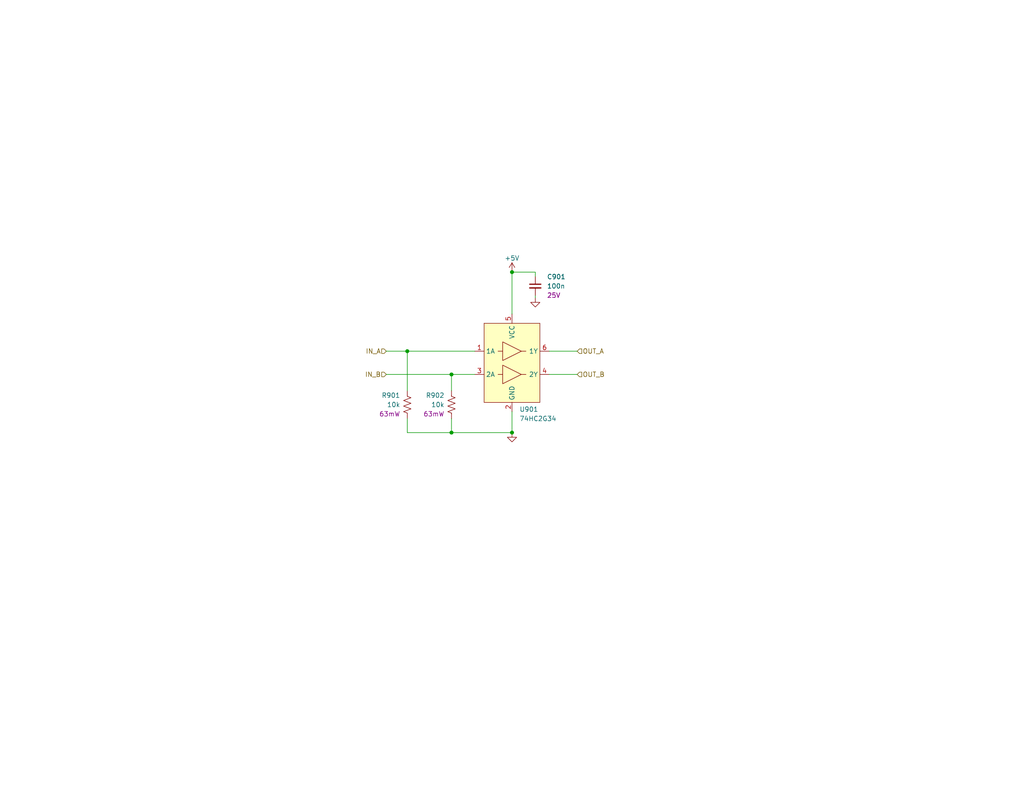
<source format=kicad_sch>
(kicad_sch (version 20211123) (generator eeschema)
  (paper "USLetter")
  (title_block (title "Starfish") (date "2022-12-06") (rev "v1") (company "Winterbloom") (comment 1 "Alethea Flowers") (comment 2 "CERN-OHL-S V2"))
  (lib_symbols
    (symbol "Device:C_Small" (pin_numbers hide) (pin_names (offset 0.254) hide)
      (property "Reference" "C" (at 0.254 1.778 0))
      (property "Value" "C_Small" (at 0.254 -2.032 0))
      (symbol "C_Small_0_1"
        (polyline (pts (xy -1.524 -0.508) (xy 1.524 -0.508)) (stroke (width 0.3302)))
        (polyline (pts (xy -1.524 0.508) (xy 1.524 0.508)) (stroke (width 0.3048)))
      )
      (symbol "C_Small_1_1"
        (pin passive line (at 0 2.54 270) (length 2.032) (name "~") (number "1"))
        (pin passive line (at 0 -2.54 90) (length 2.032) (name "~") (number "2"))
      )
    )
    (symbol "Device:R_US" (pin_numbers hide) (pin_names (offset 0))
      (property "Reference" "R" (at 2.54 0 90))
      (property "Value" "R_US" (at -2.54 0 90))
      (symbol "R_US_0_1"
        (polyline (pts (xy 0 -2.286) (xy 0 -2.54)))
        (polyline (pts (xy 0 2.286) (xy 0 2.54)))
        (polyline (pts (xy 0 -0.762) (xy 1.016 -1.143) (xy 0 -1.524) (xy -1.016 -1.905) (xy 0 -2.286)))
        (polyline (pts (xy 0 0.762) (xy 1.016 0.381) (xy 0 0) (xy -1.016 -0.381) (xy 0 -0.762)))
        (polyline (pts (xy 0 2.286) (xy 1.016 1.905) (xy 0 1.524) (xy -1.016 1.143) (xy 0 0.762)))
      )
      (symbol "R_US_1_1"
        (pin passive line (at 0 3.81 270) (length 1.27) (name "~") (number "1"))
        (pin passive line (at 0 -3.81 90) (length 1.27) (name "~") (number "2"))
      )
    )
    (symbol "power:+5V" (power) (pin_names (offset 0))
      (property "Value" "+5V" (at 0 3.556 0))
      (symbol "+5V_0_1"
        (polyline (pts (xy -0.762 1.27) (xy 0 2.54)))
        (polyline (pts (xy 0 0) (xy 0 2.54)))
        (polyline (pts (xy 0 2.54) (xy 0.762 1.27)))
      )
      (symbol "+5V_1_1"
        (pin power_in line (at 0 0 90) (length 0) hide (name "+5V") (number "1"))
      )
    )
    (symbol "power:GND" (power) (pin_names (offset 0))
      (property "Value" "GND" (at 0 -3.81 0))
      (symbol "GND_0_1"
        (polyline (pts (xy 0 0) (xy 0 -1.27) (xy 1.27 -1.27) (xy 0 -2.54) (xy -1.27 -1.27) (xy 0 -1.27)))
      )
      (symbol "GND_1_1"
        (pin power_in line (at 0 0 270) (length 0) hide (name "GND") (number "1"))
      )
    )
    (symbol "winterbloom:74HC2G34"
      (property "Reference" "U" (at -7.62 11.43 0))
      (property "Value" "74HC2G34" (at 1.27 11.43 0))
      (property "MPN" "74HC2G34GW,125" (at 0 0 0))
      (symbol "74HC2G34_0_0"
        (pin input line (at -10.16 2.54 0) (length 2.54) (name "1A") (number "1"))
        (pin power_in line (at 0 -13.97 90) (length 2.54) (name "GND") (number "2"))
        (pin input line (at -10.16 -3.81 0) (length 2.54) (name "2A") (number "3"))
        (pin output line (at 10.16 -3.81 180) (length 2.54) (name "2Y") (number "4"))
        (pin power_in line (at 0 12.7 270) (length 2.54) (name "VCC") (number "5"))
        (pin output line (at 10.16 2.54 180) (length 2.54) (name "1Y") (number "6"))
      )
      (symbol "74HC2G34_0_1"
        (rectangle (start -7.62 10.16) (end 7.62 -11.43) (fill (type background)))
        (polyline (pts (xy -2.54 -3.81) (xy -3.81 -3.81)))
        (polyline (pts (xy -2.54 2.54) (xy -3.81 2.54)))
        (polyline (pts (xy 2.54 -3.81) (xy 3.81 -3.81)))
        (polyline (pts (xy 2.54 2.54) (xy 3.81 2.54)))
        (polyline (pts (xy -2.54 -5.08) (xy -2.54 -1.27) (xy 2.54 -3.81) (xy -2.54 -6.35) (xy -2.54 -5.08)))
        (polyline (pts (xy -2.54 1.27) (xy -2.54 5.08) (xy 2.54 2.54) (xy -2.54 0) (xy -2.54 1.27)))
      )
    )
  )
  (junction (at 139.7 74.295))
  (junction (at 111.125 95.885))
  (junction (at 139.7 118.11))
  (junction (at 123.19 118.11))
  (junction (at 123.19 102.235))
  (wire (pts (xy 105.41 102.235) (xy 123.19 102.235)))
  (wire (pts (xy 157.48 95.885) (xy 149.86 95.885)))
  (wire (pts (xy 146.05 80.645) (xy 146.05 81.28)))
  (wire (pts (xy 111.125 114.3) (xy 111.125 118.11)))
  (wire (pts (xy 139.7 118.11) (xy 123.19 118.11)))
  (wire (pts (xy 123.19 102.235) (xy 129.54 102.235)))
  (wire (pts (xy 111.125 95.885) (xy 111.125 106.68)))
  (wire (pts (xy 139.7 74.295) (xy 146.05 74.295)))
  (wire (pts (xy 157.48 102.235) (xy 149.86 102.235)))
  (wire (pts (xy 105.41 95.885) (xy 111.125 95.885)))
  (wire (pts (xy 123.19 106.68) (xy 123.19 102.235)))
  (wire (pts (xy 146.05 74.295) (xy 146.05 75.565)))
  (wire (pts (xy 139.7 74.295) (xy 139.7 85.725)))
  (wire (pts (xy 139.7 118.11) (xy 139.7 112.395)))
  (wire (pts (xy 111.125 118.11) (xy 123.19 118.11)))
  (wire (pts (xy 129.54 95.885) (xy 111.125 95.885)))
  (wire (pts (xy 123.19 118.11) (xy 123.19 114.3)))
  (hierarchical_label "OUT_A" (shape input) (at 157.48 95.885 0))
  (hierarchical_label "OUT_B" (shape input) (at 157.48 102.235 0))
  (hierarchical_label "IN_B" (shape input) (at 105.41 102.235 180))
  (hierarchical_label "IN_A" (shape input) (at 105.41 95.885 180))
  (symbol (lib_id "Device:R_US") (at 111.125 110.49 180) (unit 1)
    (property "Reference" "R901" (at 109.22 107.9499 0) (effects (justify left)))
    (property "Value" "10k" (at 109.22 110.4899 0) (effects (justify left)))
    (property "Footprint" "winterbloom:R_0402_HandSolder" (effects hide))
    (property "mpn" "RC0402JR-0710KL" (effects hide))
    (property "Rating" "63mW" (at 109.22 113.0299 0) (effects (justify left)))
  )
  (symbol (lib_id "power:GND") (at 139.7 118.11 0) (unit 1)
    (property "Reference" "#PWR0902" (effects hide))
    (property "Value" "GND" (effects hide))
  )
  (symbol (lib_id "power:+5V") (at 139.7 74.295 0) (unit 1)
    (property "Reference" "#PWR0901" (effects hide))
    (property "Value" "+5V" (at 139.7 70.485 0))
  )
  (symbol (lib_id "winterbloom:74HC2G34") (at 139.7 98.425 0) (unit 1)
    (property "Reference" "U901" (at 141.7194 111.76 0) (effects (justify left)))
    (property "Value" "74HC2G34" (at 141.7194 114.3 0) (effects (justify left)))
    (property "Footprint" "Package_TO_SOT_SMD:SOT-363_SC-70-6" (effects hide))
    (property "Datasheet" "https://assets.nexperia.com/documents/data-sheet/74HC_HCT2G34.pdf" (effects hide))
    (property "mpn" "74HC2G34GW,125" (effects hide))
  )
  (symbol (lib_id "power:GND") (at 146.05 81.28 0) (unit 1)
    (property "Reference" "#PWR0903" (effects hide))
    (property "Value" "GND" (effects hide))
  )
  (symbol (lib_id "Device:R_US") (at 123.19 110.49 180) (unit 1)
    (property "Reference" "R902" (at 121.285 107.9499 0) (effects (justify left)))
    (property "Value" "10k" (at 121.285 110.4899 0) (effects (justify left)))
    (property "Footprint" "winterbloom:R_0402_HandSolder" (effects hide))
    (property "mpn" "RC0402JR-0710KL" (effects hide))
    (property "Rating" "63mW" (at 121.285 113.0299 0) (effects (justify left)))
  )
  (symbol (lib_id "Device:C_Small") (at 146.05 78.105 0) (unit 1)
    (property "Reference" "C901" (at 149.225 75.5712 0) (effects (justify left)))
    (property "Value" "100n" (at 149.225 78.1112 0) (effects (justify left)))
    (property "Footprint" "winterbloom:C_0402_HandSolder" (effects hide))
    (property "Rating" "25V" (at 149.225 80.6512 0) (effects (justify left)))
    (property "mpn" "CL05A104KA5NNNC" (effects hide))
  )
)
</source>
